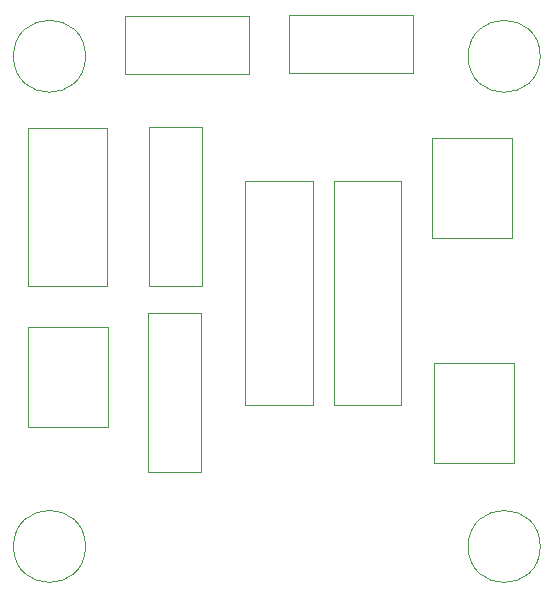
<source format=gbr>
%TF.GenerationSoftware,KiCad,Pcbnew,(5.1.10)-1*%
%TF.CreationDate,2022-05-05T15:35:37+01:00*%
%TF.ProjectId,solenoid_driver,736f6c65-6e6f-4696-945f-647269766572,rev?*%
%TF.SameCoordinates,Original*%
%TF.FileFunction,Other,User*%
%FSLAX46Y46*%
G04 Gerber Fmt 4.6, Leading zero omitted, Abs format (unit mm)*
G04 Created by KiCad (PCBNEW (5.1.10)-1) date 2022-05-05 15:35:37*
%MOMM*%
%LPD*%
G01*
G04 APERTURE LIST*
%ADD10C,0.050000*%
G04 APERTURE END LIST*
D10*
%TO.C,REF\u002A\u002A*%
X157050000Y-125500000D02*
G75*
G03*
X157050000Y-125500000I-3050000J0D01*
G01*
X157050000Y-84000000D02*
G75*
G03*
X157050000Y-84000000I-3050000J0D01*
G01*
X118550000Y-125500000D02*
G75*
G03*
X118550000Y-125500000I-3050000J0D01*
G01*
X118550000Y-84000000D02*
G75*
G03*
X118550000Y-84000000I-3050000J0D01*
G01*
%TO.C,R1*%
X123924500Y-89969000D02*
X123924500Y-103469000D01*
X128424500Y-89969000D02*
X123924500Y-89969000D01*
X128424500Y-103469000D02*
X128424500Y-89969000D01*
X123924500Y-103469000D02*
X128424500Y-103469000D01*
%TO.C,J1*%
X113650000Y-90050000D02*
X113650000Y-103450000D01*
X120400000Y-90050000D02*
X113650000Y-90050000D01*
X120400000Y-103450000D02*
X120400000Y-90050000D01*
X113650000Y-103450000D02*
X120400000Y-103450000D01*
%TO.C,D1*%
X139580500Y-113483000D02*
X145280500Y-113483000D01*
X145280500Y-113483000D02*
X145280500Y-94543000D01*
X145280500Y-94543000D02*
X139580500Y-94543000D01*
X139580500Y-94543000D02*
X139580500Y-113483000D01*
%TO.C,D2*%
X132087500Y-94543000D02*
X132087500Y-113483000D01*
X137787500Y-94543000D02*
X132087500Y-94543000D01*
X137787500Y-113483000D02*
X137787500Y-94543000D01*
X132087500Y-113483000D02*
X137787500Y-113483000D01*
%TO.C,J4*%
X147899000Y-99343000D02*
X154649000Y-99343000D01*
X154649000Y-99343000D02*
X154649000Y-90943000D01*
X154649000Y-90943000D02*
X147899000Y-90943000D01*
X147899000Y-90943000D02*
X147899000Y-99343000D01*
%TO.C,Q1*%
X146283500Y-80483500D02*
X135783500Y-80483500D01*
X146283500Y-85393500D02*
X146283500Y-80483500D01*
X135783500Y-85393500D02*
X146283500Y-85393500D01*
X135783500Y-80483500D02*
X135783500Y-85393500D01*
%TO.C,Q2*%
X121877000Y-80547000D02*
X121877000Y-85457000D01*
X121877000Y-85457000D02*
X132377000Y-85457000D01*
X132377000Y-85457000D02*
X132377000Y-80547000D01*
X132377000Y-80547000D02*
X121877000Y-80547000D01*
%TO.C,R2*%
X123861000Y-119217000D02*
X128361000Y-119217000D01*
X128361000Y-119217000D02*
X128361000Y-105717000D01*
X128361000Y-105717000D02*
X123861000Y-105717000D01*
X123861000Y-105717000D02*
X123861000Y-119217000D01*
%TO.C,J2*%
X113672500Y-106945000D02*
X113672500Y-115345000D01*
X120422500Y-106945000D02*
X113672500Y-106945000D01*
X120422500Y-115345000D02*
X120422500Y-106945000D01*
X113672500Y-115345000D02*
X120422500Y-115345000D01*
%TO.C,J3*%
X148089500Y-118393000D02*
X154839500Y-118393000D01*
X154839500Y-118393000D02*
X154839500Y-109993000D01*
X154839500Y-109993000D02*
X148089500Y-109993000D01*
X148089500Y-109993000D02*
X148089500Y-118393000D01*
%TD*%
M02*

</source>
